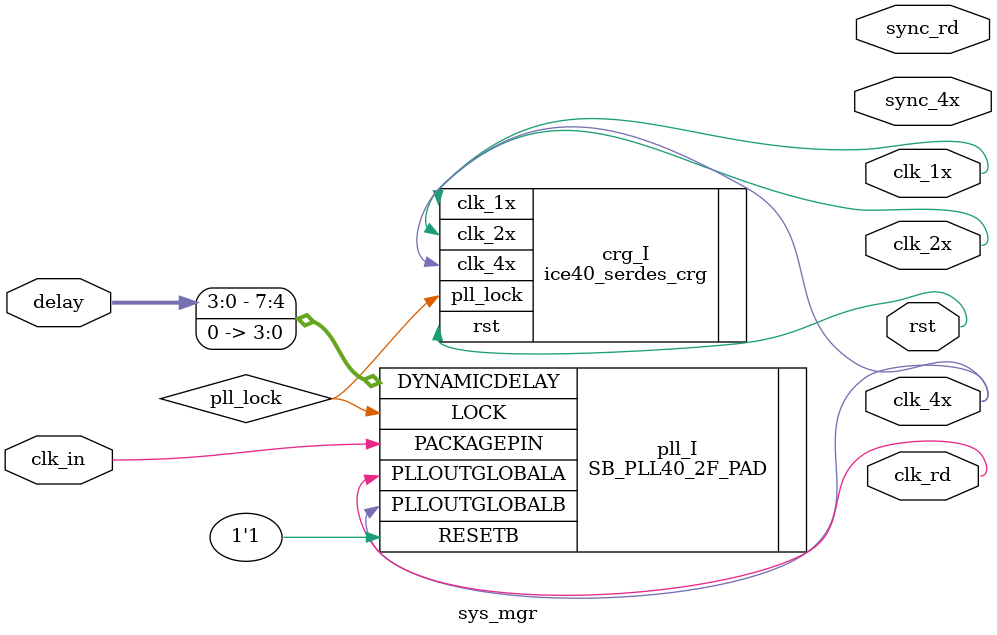
<source format=v>
/*
 * sys_mgr.v
 *
 * vim: ts=4 sw=4
 *
 * Copyright (C) 2020  Sylvain Munaut <tnt@246tNt.com>
 * All rights reserved.
 *
 * BSD 3-clause, see LICENSE.bsd
 *
 * Redistribution and use in source and binary forms, with or without
 * modification, are permitted provided that the following conditions are met:
 *     * Redistributions of source code must retain the above copyright
 *       notice, this list of conditions and the following disclaimer.
 *     * Redistributions in binary form must reproduce the above copyright
 *       notice, this list of conditions and the following disclaimer in the
 *       documentation and/or other materials provided with the distribution.
 *     * Neither the name of the <organization> nor the
 *       names of its contributors may be used to endorse or promote products
 *       derived from this software without specific prior written permission.
 *
 * THIS SOFTWARE IS PROVIDED BY THE COPYRIGHT HOLDERS AND CONTRIBUTORS "AS IS" AND
 * ANY EXPRESS OR IMPLIED WARRANTIES, INCLUDING, BUT NOT LIMITED TO, THE IMPLIED
 * WARRANTIES OF MERCHANTABILITY AND FITNESS FOR A PARTICULAR PURPOSE ARE
 * DISCLAIMED. IN NO EVENT SHALL <COPYRIGHT HOLDER> BE LIABLE FOR ANY
 * DIRECT, INDIRECT, INCIDENTAL, SPECIAL, EXEMPLARY, OR CONSEQUENTIAL DAMAGES
 * (INCLUDING, BUT NOT LIMITED TO, PROCUREMENT OF SUBSTITUTE GOODS OR SERVICES;
 * LOSS OF USE, DATA, OR PROFITS; OR BUSINESS INTERRUPTION) HOWEVER CAUSED AND
 * ON ANY THEORY OF LIABILITY, WHETHER IN CONTRACT, STRICT LIABILITY, OR TORT
 * (INCLUDING NEGLIGENCE OR OTHERWISE) ARISING IN ANY WAY OUT OF THE USE OF THIS
 * SOFTWARE, EVEN IF ADVISED OF THE POSSIBILITY OF SUCH DAMAGE.
 */

`default_nettype none

module sys_mgr (
	input  wire [3:0] delay,
	input  wire clk_in,
	output wire clk_1x,
	output wire clk_2x,
	output wire clk_4x,
	output wire clk_rd,
	output wire sync_4x,
	output wire sync_rd,
	output wire rst
);

	wire       pll_lock;

	SB_PLL40_2F_PAD #(
		.FEEDBACK_PATH("SIMPLE"),
		.DIVR(4'b0000),

	// 48
//		.DIVF(7'b0111111),
//		.DIVQ(3'b100),

	// 96
//		.DIVF(7'b0111111),
//		.DIVQ(3'b011),

	// 144
//		.DIVF(7'b0101111),
//		.DIVQ(3'b010),

	// 147
		.DIVF(7'b0110000),
		.DIVQ(3'b010),

	// 200
//		.DIVF(7'b1000010),
//		.DIVQ(3'b010),

		.FILTER_RANGE(3'b001),
		.DELAY_ADJUSTMENT_MODE_RELATIVE("DYNAMIC"),
		.FDA_RELATIVE(15),
		.SHIFTREG_DIV_MODE(0),
		.PLLOUT_SELECT_PORTA("GENCLK"),
		.PLLOUT_SELECT_PORTB("GENCLK")
	) pll_I (
		.PACKAGEPIN(clk_in),
		.DYNAMICDELAY({delay, 4'h0}),
		.PLLOUTGLOBALA(clk_rd),
		.PLLOUTGLOBALB(clk_4x),
		.RESETB(1'b1),
		.LOCK(pll_lock)
	);

	ice40_serdes_crg #(
		.NO_CLOCK_2X(0)
	) crg_I (
		.clk_4x(clk_4x),
		.pll_lock(pll_lock),
		.clk_1x(clk_1x),
		.clk_2x(clk_2x),
		.rst(rst)
	);

`ifdef MEM_spi
	ice40_serdes_sync #(
		.PHASE(2),
		.NEG_EDGE(0),
`ifdef VIDEO_none
		.GLOBAL_BUF(0),
		.LOCAL_BUF(0),
		.BEL_COL("X22"),
		.BEL_ROW("Y4"),
`else
		.GLOBAL_BUF(0),
		.LOCAL_BUF(1),
		.BEL_COL("X15")
`endif
	) sync_4x_I (
		.clk_slow(clk_1x),
		.clk_fast(clk_4x),
		.rst(rst),
		.sync(sync_4x)
	);

	assign sync_rd = 1'b0;
`endif

`ifdef MEM_hyperram
	ice40_serdes_sync #(
		.PHASE(2),
		.NEG_EDGE(0),
		.GLOBAL_BUF(0),
		.LOCAL_BUF(1),
		.BEL_COL("X12"),
		.BEL_ROW("Y15")
	) sync_4x_I (
		.clk_slow(clk_1x),
		.clk_fast(clk_4x),
		.rst(rst),
		.sync(sync_4x)
	);

	ice40_serdes_sync #(
		.PHASE(2),
		.NEG_EDGE(0),
		.GLOBAL_BUF(0),
		.LOCAL_BUF(1),
		.BEL_COL("X13"),
		.BEL_ROW("Y15")
	) sync_rd_I (
		.clk_slow(clk_1x),
		.clk_fast(clk_rd),
		.rst(rst),
		.sync(sync_rd)
	);
`endif

endmodule

</source>
